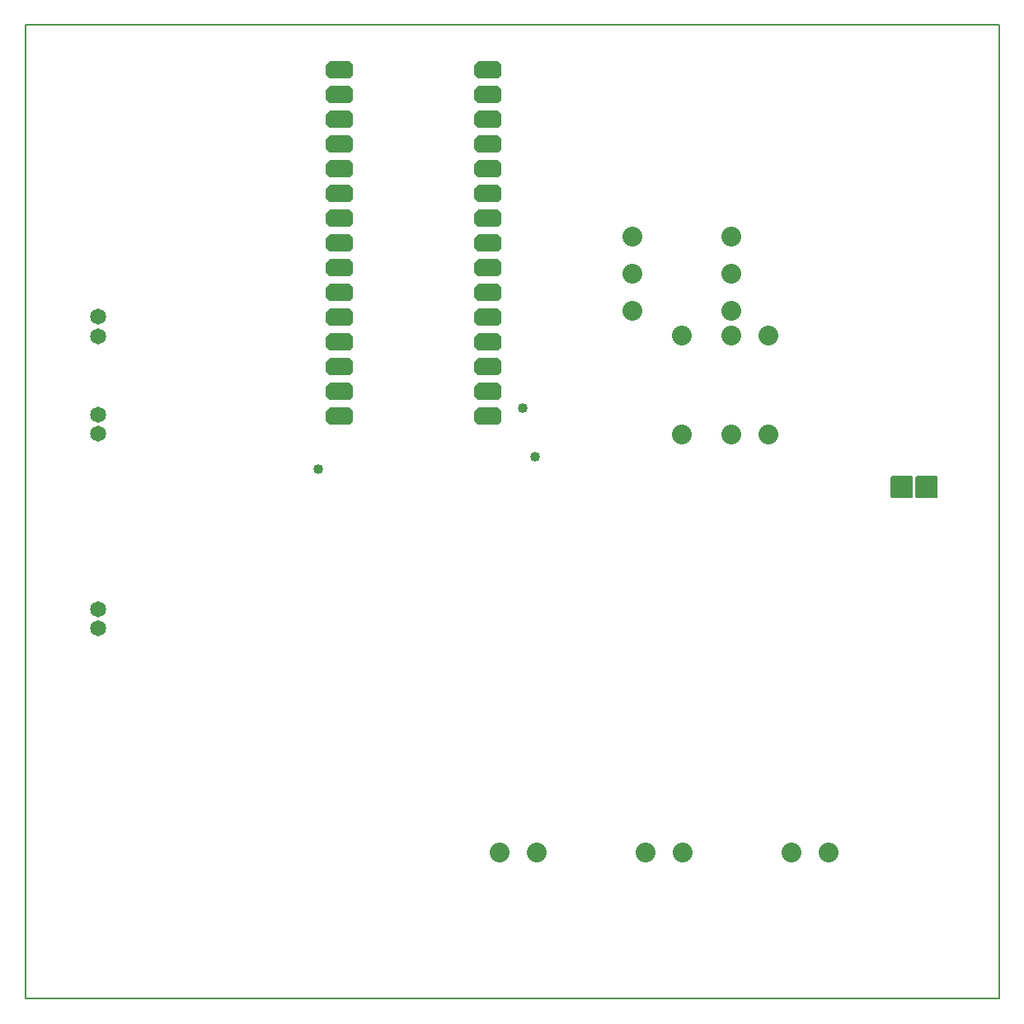
<source format=gbr>
G04 PROTEUS GERBER X2 FILE*
%TF.GenerationSoftware,Labcenter,Proteus,8.16-SP3-Build36097*%
%TF.CreationDate,2024-06-22T10:57:25+00:00*%
%TF.FileFunction,Soldermask,Top*%
%TF.FilePolarity,Negative*%
%TF.Part,Single*%
%TF.SameCoordinates,{46920692-e9dd-4208-b897-880813824025}*%
%FSLAX45Y45*%
%MOMM*%
G01*
%TA.AperFunction,Material*%
%ADD71C,1.016000*%
%AMPPAD012*
4,1,8,
-1.397000,-0.509800,
-1.397000,0.509800,
-1.017800,0.889000,
1.017800,0.889000,
1.397000,0.509800,
1.397000,-0.509800,
1.017800,-0.889000,
-1.017800,-0.889000,
-1.397000,-0.509800,
0*%
%TA.AperFunction,Material*%
%ADD20PPAD012*%
%TA.AperFunction,Material*%
%ADD21C,2.032000*%
%ADD22C,1.651000*%
%AMPPAD015*
4,1,36,
-1.016000,1.143000,
1.016000,1.143000,
1.041590,1.140420,
1.065430,1.133020,
1.087000,1.121310,
1.105800,1.105800,
1.121310,1.087000,
1.133020,1.065430,
1.140420,1.041590,
1.143000,1.016000,
1.143000,-1.016000,
1.140420,-1.041590,
1.133020,-1.065430,
1.121310,-1.087000,
1.105800,-1.105800,
1.087000,-1.121310,
1.065430,-1.133020,
1.041590,-1.140420,
1.016000,-1.143000,
-1.016000,-1.143000,
-1.041590,-1.140420,
-1.065430,-1.133020,
-1.087000,-1.121310,
-1.105800,-1.105800,
-1.121310,-1.087000,
-1.133020,-1.065430,
-1.140420,-1.041590,
-1.143000,-1.016000,
-1.143000,1.016000,
-1.140420,1.041590,
-1.133020,1.065430,
-1.121310,1.087000,
-1.105800,1.105800,
-1.087000,1.121310,
-1.065430,1.133020,
-1.041590,1.140420,
-1.016000,1.143000,
0*%
%ADD23PPAD015*%
%TA.AperFunction,Profile*%
%ADD17C,0.203200*%
%TD.AperFunction*%
D71*
X-19500Y+813000D03*
X-2242000Y+686000D03*
X-146500Y+1317000D03*
D20*
X-500000Y+1230000D03*
X-500000Y+1484000D03*
X-500000Y+1738000D03*
X-500000Y+1992000D03*
X-500000Y+2246000D03*
X-500000Y+2500000D03*
X-500000Y+2754000D03*
X-500000Y+3008000D03*
X-500000Y+3262000D03*
X-500000Y+3516000D03*
X-500000Y+3770000D03*
X-500000Y+4024000D03*
X-500000Y+4278000D03*
X-500000Y+4532000D03*
X-500000Y+4786000D03*
X-2024000Y+4786000D03*
X-2024000Y+4532000D03*
X-2024000Y+4278000D03*
X-2024000Y+4024000D03*
X-2024000Y+3770000D03*
X-2024000Y+3516000D03*
X-2024000Y+3262000D03*
X-2024000Y+3008000D03*
X-2024000Y+2754000D03*
X-2024000Y+2500000D03*
X-2024000Y+2246000D03*
X-2024000Y+1992000D03*
X-2024000Y+1738000D03*
X-2024000Y+1484000D03*
X-2024000Y+1230000D03*
D21*
X+3000000Y-3250000D03*
X+2619000Y-3250000D03*
X+1119000Y-3250000D03*
X+1500000Y-3250000D03*
X-381000Y-3250000D03*
X+0Y-3250000D03*
D22*
X-4500000Y-950000D03*
X-4500000Y-750000D03*
X-4500000Y+1050000D03*
X-4500000Y+1250000D03*
X-4500000Y+2050000D03*
X-4500000Y+2250000D03*
D23*
X+3750000Y+500000D03*
X+4004000Y+500000D03*
D21*
X+984000Y+2310000D03*
X+2000000Y+2310000D03*
X+2000000Y+1040000D03*
X+2000000Y+2056000D03*
X+1492000Y+1040000D03*
X+1492000Y+2056000D03*
X+984000Y+3072000D03*
X+2000000Y+3072000D03*
X+984000Y+2691000D03*
X+2000000Y+2691000D03*
X+2381000Y+1040000D03*
X+2381000Y+2056000D03*
D17*
X-5250000Y-4750000D02*
X+4750000Y-4750000D01*
X+4750000Y+5250000D01*
X-5250000Y+5250000D01*
X-5250000Y-4750000D01*
M02*

</source>
